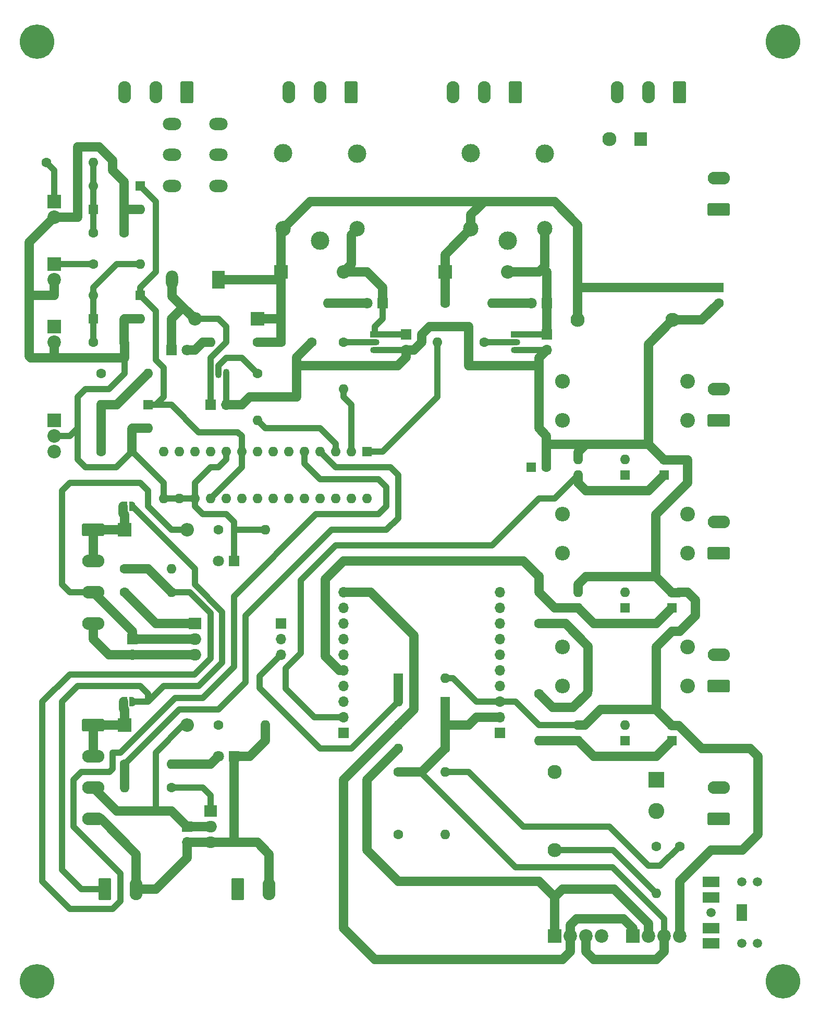
<source format=gbr>
%TF.GenerationSoftware,KiCad,Pcbnew,5.1.9-73d0e3b20d~88~ubuntu20.04.1*%
%TF.CreationDate,2021-02-20T21:13:30+01:00*%
%TF.ProjectId,NodeStandard,4e6f6465-5374-4616-9e64-6172642e6b69,V0.9*%
%TF.SameCoordinates,Original*%
%TF.FileFunction,Copper,L1,Top*%
%TF.FilePolarity,Positive*%
%FSLAX46Y46*%
G04 Gerber Fmt 4.6, Leading zero omitted, Abs format (unit mm)*
G04 Created by KiCad (PCBNEW 5.1.9-73d0e3b20d~88~ubuntu20.04.1) date 2021-02-20 21:13:30*
%MOMM*%
%LPD*%
G01*
G04 APERTURE LIST*
%TA.AperFunction,WasherPad*%
%ADD10C,1.500000*%
%TD*%
%TA.AperFunction,ComponentPad*%
%ADD11R,1.800000X2.800000*%
%TD*%
%TA.AperFunction,ComponentPad*%
%ADD12R,2.800000X1.800000*%
%TD*%
%TA.AperFunction,ComponentPad*%
%ADD13C,5.600000*%
%TD*%
%TA.AperFunction,ComponentPad*%
%ADD14O,1.600000X1.600000*%
%TD*%
%TA.AperFunction,ComponentPad*%
%ADD15C,1.600000*%
%TD*%
%TA.AperFunction,ComponentPad*%
%ADD16C,1.800000*%
%TD*%
%TA.AperFunction,ComponentPad*%
%ADD17R,1.800000X1.800000*%
%TD*%
%TA.AperFunction,ComponentPad*%
%ADD18O,3.000000X2.000000*%
%TD*%
%TA.AperFunction,ComponentPad*%
%ADD19O,2.000000X3.000000*%
%TD*%
%TA.AperFunction,ComponentPad*%
%ADD20R,2.000000X3.000000*%
%TD*%
%TA.AperFunction,ComponentPad*%
%ADD21O,1.700000X1.700000*%
%TD*%
%TA.AperFunction,ComponentPad*%
%ADD22R,1.700000X1.700000*%
%TD*%
%TA.AperFunction,ComponentPad*%
%ADD23C,2.200000*%
%TD*%
%TA.AperFunction,ComponentPad*%
%ADD24R,2.200000X2.200000*%
%TD*%
%TA.AperFunction,ComponentPad*%
%ADD25R,1.600000X1.600000*%
%TD*%
%TA.AperFunction,ComponentPad*%
%ADD26C,2.600000*%
%TD*%
%TA.AperFunction,ComponentPad*%
%ADD27R,2.600000X2.600000*%
%TD*%
%TA.AperFunction,ComponentPad*%
%ADD28O,2.400000X2.400000*%
%TD*%
%TA.AperFunction,ComponentPad*%
%ADD29C,2.400000*%
%TD*%
%TA.AperFunction,ComponentPad*%
%ADD30R,1.050000X1.500000*%
%TD*%
%TA.AperFunction,ComponentPad*%
%ADD31O,1.050000X1.500000*%
%TD*%
%TA.AperFunction,ComponentPad*%
%ADD32O,2.000000X1.905000*%
%TD*%
%TA.AperFunction,ComponentPad*%
%ADD33R,2.000000X1.905000*%
%TD*%
%TA.AperFunction,ComponentPad*%
%ADD34R,1.500000X1.050000*%
%TD*%
%TA.AperFunction,ComponentPad*%
%ADD35O,1.500000X1.050000*%
%TD*%
%TA.AperFunction,ComponentPad*%
%ADD36C,2.300000*%
%TD*%
%TA.AperFunction,ComponentPad*%
%ADD37R,2.000000X2.300000*%
%TD*%
%TA.AperFunction,ComponentPad*%
%ADD38C,3.000000*%
%TD*%
%TA.AperFunction,ComponentPad*%
%ADD39C,2.500000*%
%TD*%
%TA.AperFunction,SMDPad,CuDef*%
%ADD40C,0.100000*%
%TD*%
%TA.AperFunction,ComponentPad*%
%ADD41O,2.080000X3.600000*%
%TD*%
%TA.AperFunction,ComponentPad*%
%ADD42O,3.600000X2.080000*%
%TD*%
%TA.AperFunction,ComponentPad*%
%ADD43O,2.200000X2.200000*%
%TD*%
%TA.AperFunction,Conductor*%
%ADD44C,1.500000*%
%TD*%
%TA.AperFunction,Conductor*%
%ADD45C,1.000000*%
%TD*%
%TA.AperFunction,Conductor*%
%ADD46C,0.500000*%
%TD*%
G04 APERTURE END LIST*
D10*
%TO.P,J2,*%
%TO.N,*%
X143560000Y-166370000D03*
X148560000Y-161370000D03*
X148560000Y-171370000D03*
X151060000Y-171370000D03*
X151060000Y-161370000D03*
D11*
%TO.P,J2,S*%
%TO.N,Net-(J2-PadS)*%
X148560000Y-166370000D03*
D12*
%TO.P,J2,T*%
%TO.N,Net-(C1-Pad1)*%
X143560000Y-161370000D03*
%TO.P,J2,R*%
%TO.N,Net-(J2-PadR)*%
X143560000Y-171370000D03*
%TO.P,J2,TN*%
%TO.N,Net-(J2-PadTN)*%
X143560000Y-163870000D03*
%TO.P,J2,RN*%
%TO.N,Net-(J2-PadRN)*%
X143560000Y-168870000D03*
%TD*%
D13*
%TO.P,REF\u002A\u002A,1*%
%TO.N,N/C*%
X155257500Y-177546000D03*
%TD*%
%TO.P,REF\u002A\u002A,1*%
%TO.N,N/C*%
X34036000Y-177546000D03*
%TD*%
%TO.P,REF\u002A\u002A,1*%
%TO.N,N/C*%
X155257500Y-24765000D03*
%TD*%
%TO.P,REF\u002A\u002A,1*%
%TO.N,N/C*%
X34036000Y-24765000D03*
%TD*%
D14*
%TO.P,R3,2*%
%TO.N,Net-(J2-PadS)*%
X100330000Y-153670000D03*
D15*
%TO.P,R3,1*%
%TO.N,Net-(D1-Pad2)*%
X92710000Y-153670000D03*
%TD*%
D16*
%TO.P,D17,2*%
%TO.N,Net-(D17-Pad2)*%
X58420000Y-74930000D03*
D17*
%TO.P,D17,1*%
%TO.N,Net-(D17-Pad1)*%
X55880000Y-74930000D03*
%TD*%
D18*
%TO.P,K3,14*%
%TO.N,Net-(J23-Pad3)*%
X63500000Y-38160000D03*
%TO.P,K3,21*%
%TO.N,Net-(J24-Pad2)*%
X56000000Y-43200000D03*
%TO.P,K3,12*%
%TO.N,Net-(J23-Pad1)*%
X63500000Y-48240000D03*
%TO.P,K3,22*%
%TO.N,Net-(J24-Pad3)*%
X56000000Y-48240000D03*
%TO.P,K3,24*%
%TO.N,Net-(J24-Pad1)*%
X56000000Y-38160000D03*
%TO.P,K3,11*%
%TO.N,Net-(J23-Pad2)*%
X63500000Y-43200000D03*
D19*
%TO.P,K3,A2*%
%TO.N,Net-(D17-Pad1)*%
X56000000Y-63500000D03*
D20*
%TO.P,K3,A1*%
%TO.N,+5V*%
X63500000Y-63500000D03*
%TD*%
D21*
%TO.P,J29,3*%
%TO.N,Net-(D1-Pad2)*%
X73660000Y-124460000D03*
%TO.P,J29,2*%
%TO.N,GPI35*%
X73660000Y-121920000D03*
D22*
%TO.P,J29,1*%
%TO.N,Net-(J28-Pad3)*%
X73660000Y-119380000D03*
%TD*%
D23*
%TO.P,J28,3*%
%TO.N,Net-(J28-Pad3)*%
X36830000Y-91440000D03*
%TO.P,J28,2*%
%TO.N,GND*%
X36830000Y-88900000D03*
D24*
%TO.P,J28,1*%
%TO.N,+3V3*%
X36830000Y-86360000D03*
%TD*%
D23*
%TO.P,J17,2*%
%TO.N,GND*%
X36830000Y-73660000D03*
D24*
%TO.P,J17,1*%
%TO.N,Net-(J17-Pad1)*%
X36830000Y-71120000D03*
%TD*%
D23*
%TO.P,J16,2*%
%TO.N,GND*%
X36830000Y-63500000D03*
D24*
%TO.P,J16,1*%
%TO.N,Net-(J16-Pad1)*%
X36830000Y-60960000D03*
%TD*%
D23*
%TO.P,J15,2*%
%TO.N,GND*%
X36830000Y-53340000D03*
D24*
%TO.P,J15,1*%
%TO.N,Net-(J15-Pad1)*%
X36830000Y-50800000D03*
%TD*%
D23*
%TO.P,J6,4*%
%TO.N,GND*%
X125730000Y-170180000D03*
%TO.P,J6,3*%
%TO.N,+3V3*%
X123190000Y-170180000D03*
%TO.P,J6,2*%
%TO.N,GPIO13_I2C-SDA*%
X120650000Y-170180000D03*
D24*
%TO.P,J6,1*%
%TO.N,GPIO16_I2C-SCL*%
X118110000Y-170180000D03*
%TD*%
D23*
%TO.P,J5,4*%
%TO.N,GND*%
X138430000Y-170180000D03*
%TO.P,J5,3*%
%TO.N,+3V3*%
X135890000Y-170180000D03*
%TO.P,J5,2*%
%TO.N,GPIO16_I2C-SCL*%
X133350000Y-170180000D03*
D24*
%TO.P,J5,1*%
%TO.N,GPIO13_I2C-SDA*%
X130810000Y-170180000D03*
%TD*%
D14*
%TO.P,OK3,4*%
%TO.N,GPI36_U1RXD*%
X121920000Y-95250000D03*
%TO.P,OK3,2*%
%TO.N,Net-(OK3-Pad2)*%
X129540000Y-92710000D03*
%TO.P,OK3,3*%
%TO.N,GND*%
X121920000Y-92710000D03*
D25*
%TO.P,OK3,1*%
%TO.N,Net-(OK3-Pad1)*%
X129540000Y-95250000D03*
%TD*%
D14*
%TO.P,OK2,4*%
%TO.N,GPIO33*%
X121920000Y-116840000D03*
%TO.P,OK2,2*%
%TO.N,Net-(OK2-Pad2)*%
X129540000Y-114300000D03*
%TO.P,OK2,3*%
%TO.N,GND*%
X121920000Y-114300000D03*
D25*
%TO.P,OK2,1*%
%TO.N,Net-(OK2-Pad1)*%
X129540000Y-116840000D03*
%TD*%
D14*
%TO.P,OK1,4*%
%TO.N,GPIO32*%
X121920000Y-138430000D03*
%TO.P,OK1,2*%
%TO.N,Net-(OK1-Pad2)*%
X129540000Y-135890000D03*
%TO.P,OK1,3*%
%TO.N,GND*%
X121920000Y-135890000D03*
D25*
%TO.P,OK1,1*%
%TO.N,Net-(OK1-Pad1)*%
X129540000Y-138430000D03*
%TD*%
D26*
%TO.P,J3,2*%
%TO.N,Net-(J1-Pad1)*%
X134620000Y-149860000D03*
D27*
%TO.P,J3,1*%
%TO.N,Net-(J1-Pad2)*%
X134620000Y-144780000D03*
%TD*%
D14*
%TO.P,U1,28*%
%TO.N,Net-(U1-Pad28)*%
X87630000Y-99060000D03*
%TO.P,U1,14*%
%TO.N,Net-(U1-Pad14)*%
X54610000Y-91440000D03*
%TO.P,U1,27*%
%TO.N,Net-(U1-Pad27)*%
X85090000Y-99060000D03*
%TO.P,U1,13*%
%TO.N,GPIO13_I2C-SDA*%
X57150000Y-91440000D03*
%TO.P,U1,26*%
%TO.N,Net-(U1-Pad26)*%
X82550000Y-99060000D03*
%TO.P,U1,12*%
%TO.N,GPIO16_I2C-SCL*%
X59690000Y-91440000D03*
%TO.P,U1,25*%
%TO.N,Net-(U1-Pad25)*%
X80010000Y-99060000D03*
%TO.P,U1,11*%
%TO.N,Net-(U1-Pad11)*%
X62230000Y-91440000D03*
%TO.P,U1,24*%
%TO.N,Net-(U1-Pad24)*%
X77470000Y-99060000D03*
%TO.P,U1,10*%
%TO.N,GND*%
X64770000Y-91440000D03*
%TO.P,U1,23*%
%TO.N,Switch3*%
X74930000Y-99060000D03*
%TO.P,U1,9*%
%TO.N,+3V3*%
X67310000Y-91440000D03*
%TO.P,U1,22*%
%TO.N,Switch2*%
X72390000Y-99060000D03*
%TO.P,U1,8*%
%TO.N,Net-(U1-Pad8)*%
X69850000Y-91440000D03*
%TO.P,U1,21*%
%TO.N,Switch1*%
X69850000Y-99060000D03*
%TO.P,U1,7*%
%TO.N,Net-(U1-Pad7)*%
X72390000Y-91440000D03*
%TO.P,U1,20*%
%TO.N,Net-(U1-Pad20)*%
X67310000Y-99060000D03*
%TO.P,U1,6*%
%TO.N,Net-(U1-Pad6)*%
X74930000Y-91440000D03*
%TO.P,U1,19*%
%TO.N,Net-(U1-Pad19)*%
X64770000Y-99060000D03*
%TO.P,U1,5*%
%TO.N,FET2*%
X77470000Y-91440000D03*
%TO.P,U1,18*%
%TO.N,+3V3*%
X62230000Y-99060000D03*
%TO.P,U1,4*%
%TO.N,FET1*%
X80010000Y-91440000D03*
%TO.P,U1,17*%
%TO.N,GND*%
X59690000Y-99060000D03*
%TO.P,U1,3*%
%TO.N,Relay3*%
X82550000Y-91440000D03*
%TO.P,U1,16*%
%TO.N,GND*%
X57150000Y-99060000D03*
%TO.P,U1,2*%
%TO.N,Relay2*%
X85090000Y-91440000D03*
%TO.P,U1,15*%
%TO.N,GND*%
X54610000Y-99060000D03*
D25*
%TO.P,U1,1*%
%TO.N,Relay1*%
X87630000Y-91440000D03*
%TD*%
D14*
%TO.P,R29,2*%
%TO.N,Net-(D17-Pad2)*%
X62230000Y-73660000D03*
D15*
%TO.P,R29,1*%
%TO.N,+5V*%
X69850000Y-73660000D03*
%TD*%
D14*
%TO.P,R28,2*%
%TO.N,Relay3*%
X69850000Y-86360000D03*
D15*
%TO.P,R28,1*%
%TO.N,Net-(Q5-Pad2)*%
X69850000Y-78740000D03*
%TD*%
D14*
%TO.P,R8,2*%
%TO.N,GPIO33*%
X115570000Y-111760000D03*
D15*
%TO.P,R8,1*%
%TO.N,+3V3*%
X115570000Y-119380000D03*
%TD*%
D14*
%TO.P,R7,2*%
%TO.N,GPIO32*%
X115570000Y-138430000D03*
D15*
%TO.P,R7,1*%
%TO.N,+3V3*%
X115570000Y-130810000D03*
%TD*%
D14*
%TO.P,R27,2*%
%TO.N,GND*%
X71120000Y-104140000D03*
D15*
%TO.P,R27,1*%
%TO.N,Net-(Q4-Pad1)*%
X63500000Y-104140000D03*
%TD*%
D14*
%TO.P,R26,2*%
%TO.N,GND*%
X71120000Y-135890000D03*
D15*
%TO.P,R26,1*%
%TO.N,Net-(Q3-Pad1)*%
X63500000Y-135890000D03*
%TD*%
D14*
%TO.P,R25,2*%
%TO.N,FET2*%
X55880000Y-114300000D03*
D15*
%TO.P,R25,1*%
%TO.N,Net-(Q4-Pad1)*%
X48260000Y-114300000D03*
%TD*%
D14*
%TO.P,R24,2*%
%TO.N,FET1*%
X48260000Y-146050000D03*
D15*
%TO.P,R24,1*%
%TO.N,Net-(Q3-Pad1)*%
X55880000Y-146050000D03*
%TD*%
D14*
%TO.P,R19,2*%
%TO.N,Switch3*%
X43180000Y-44450000D03*
D15*
%TO.P,R19,1*%
%TO.N,Net-(J15-Pad1)*%
X35560000Y-44450000D03*
%TD*%
D14*
%TO.P,R20,2*%
%TO.N,Switch2*%
X50800000Y-60960000D03*
D15*
%TO.P,R20,1*%
%TO.N,Net-(J16-Pad1)*%
X43180000Y-60960000D03*
%TD*%
D14*
%TO.P,R23,2*%
%TO.N,Net-(D14-Pad2)*%
X55880000Y-110490000D03*
D15*
%TO.P,R23,1*%
%TO.N,FET2*%
X48260000Y-110490000D03*
%TD*%
D14*
%TO.P,R22,2*%
%TO.N,Net-(D13-Pad2)*%
X55880000Y-142240000D03*
D15*
%TO.P,R22,1*%
%TO.N,FET1*%
X48260000Y-142240000D03*
%TD*%
D28*
%TO.P,R18,2*%
%TO.N,Net-(OK3-Pad2)*%
X119380000Y-80010000D03*
D29*
%TO.P,R18,1*%
%TO.N,Net-(J12-Pad2)*%
X139700000Y-80010000D03*
%TD*%
D28*
%TO.P,R17,2*%
%TO.N,Net-(OK3-Pad1)*%
X119380000Y-86360000D03*
D29*
%TO.P,R17,1*%
%TO.N,Net-(J12-Pad1)*%
X139700000Y-86360000D03*
%TD*%
D14*
%TO.P,R12,2*%
%TO.N,Net-(D4-Pad2)*%
X81280000Y-67310000D03*
D15*
%TO.P,R12,1*%
%TO.N,+5V*%
X73660000Y-67310000D03*
%TD*%
D14*
%TO.P,R10,2*%
%TO.N,Relay2*%
X83820000Y-81280000D03*
D15*
%TO.P,R10,1*%
%TO.N,Net-(Q2-Pad2)*%
X83820000Y-73660000D03*
%TD*%
D14*
%TO.P,R6,2*%
%TO.N,GND*%
X138430000Y-163195000D03*
D15*
%TO.P,R6,1*%
%TO.N,Net-(C1-Pad1)*%
X138430000Y-155575000D03*
%TD*%
D14*
%TO.P,R9,2*%
%TO.N,Relay1*%
X99060000Y-73660000D03*
D15*
%TO.P,R9,1*%
%TO.N,Net-(Q1-Pad2)*%
X106680000Y-73660000D03*
%TD*%
D14*
%TO.P,R11,2*%
%TO.N,Net-(D3-Pad2)*%
X107950000Y-67310000D03*
D15*
%TO.P,R11,1*%
%TO.N,+5V*%
X100330000Y-67310000D03*
%TD*%
D28*
%TO.P,R15,2*%
%TO.N,Net-(OK2-Pad1)*%
X119380000Y-107950000D03*
D29*
%TO.P,R15,1*%
%TO.N,Net-(J11-Pad1)*%
X139700000Y-107950000D03*
%TD*%
D28*
%TO.P,R16,2*%
%TO.N,Net-(OK2-Pad2)*%
X119380000Y-101600000D03*
D29*
%TO.P,R16,1*%
%TO.N,Net-(J11-Pad2)*%
X139700000Y-101600000D03*
%TD*%
D28*
%TO.P,R13,2*%
%TO.N,Net-(OK1-Pad1)*%
X119380000Y-129540000D03*
D29*
%TO.P,R13,1*%
%TO.N,Net-(J10-Pad1)*%
X139700000Y-129540000D03*
%TD*%
D28*
%TO.P,R14,2*%
%TO.N,Net-(OK1-Pad2)*%
X119380000Y-123190000D03*
D29*
%TO.P,R14,1*%
%TO.N,Net-(J10-Pad2)*%
X139700000Y-123190000D03*
%TD*%
D14*
%TO.P,R5,2*%
%TO.N,Net-(C1-Pad1)*%
X100330000Y-143510000D03*
D15*
%TO.P,R5,1*%
%TO.N,+3V3*%
X92710000Y-143510000D03*
%TD*%
D14*
%TO.P,R4,2*%
%TO.N,GPIO16_I2C-SCL*%
X92710000Y-139700000D03*
D15*
%TO.P,R4,1*%
%TO.N,+3V3*%
X100330000Y-139700000D03*
%TD*%
D14*
%TO.P,R21,2*%
%TO.N,Switch1*%
X52070000Y-78740000D03*
D15*
%TO.P,R21,1*%
%TO.N,Net-(J17-Pad1)*%
X44450000Y-78740000D03*
%TD*%
D14*
%TO.P,R2,2*%
%TO.N,GPIO13_I2C-SDA*%
X92710000Y-135890000D03*
D15*
%TO.P,R2,1*%
%TO.N,+3V3*%
X100330000Y-135890000D03*
%TD*%
D14*
%TO.P,R1,2*%
%TO.N,Net-(J2-PadTN)*%
X134620000Y-163195000D03*
D15*
%TO.P,R1,1*%
%TO.N,Net-(J2-PadS)*%
X134620000Y-155575000D03*
%TD*%
D30*
%TO.P,Q5,1*%
%TO.N,Net-(D17-Pad1)*%
X62230000Y-78740000D03*
D31*
%TO.P,Q5,3*%
%TO.N,GND*%
X64770000Y-78740000D03*
%TO.P,Q5,2*%
%TO.N,Net-(Q5-Pad2)*%
X63500000Y-78740000D03*
%TD*%
D32*
%TO.P,Q4,3*%
%TO.N,GND*%
X59690000Y-124460000D03*
%TO.P,Q4,2*%
%TO.N,Net-(D16-Pad2)*%
X59690000Y-121920000D03*
D33*
%TO.P,Q4,1*%
%TO.N,Net-(Q4-Pad1)*%
X59690000Y-119380000D03*
%TD*%
D32*
%TO.P,Q3,3*%
%TO.N,GND*%
X62230000Y-154940000D03*
%TO.P,Q3,2*%
%TO.N,Net-(D15-Pad2)*%
X62230000Y-152400000D03*
D33*
%TO.P,Q3,1*%
%TO.N,Net-(Q3-Pad1)*%
X62230000Y-149860000D03*
%TD*%
D34*
%TO.P,Q1,1*%
%TO.N,Net-(D3-Pad1)*%
X111760000Y-72390000D03*
D35*
%TO.P,Q1,3*%
%TO.N,GND*%
X111760000Y-74930000D03*
%TO.P,Q1,2*%
%TO.N,Net-(Q1-Pad2)*%
X111760000Y-73660000D03*
%TD*%
D34*
%TO.P,Q2,1*%
%TO.N,Net-(D4-Pad1)*%
X88900000Y-72390000D03*
D35*
%TO.P,Q2,3*%
%TO.N,GND*%
X88900000Y-74930000D03*
%TO.P,Q2,2*%
%TO.N,Net-(Q2-Pad2)*%
X88900000Y-73660000D03*
%TD*%
D36*
%TO.P,PS1,4*%
%TO.N,+5V*%
X121880000Y-70040000D03*
%TO.P,PS1,2*%
%TO.N,230VAC-N*%
X127080000Y-40640000D03*
D37*
%TO.P,PS1,1*%
%TO.N,230VAC-L*%
X132080000Y-40640000D03*
D36*
%TO.P,PS1,3*%
%TO.N,GND*%
X137280000Y-70040000D03*
%TD*%
%TO.P,L1,1*%
%TO.N,Net-(J2-PadTN)*%
X118110000Y-156210000D03*
%TO.P,L1,2*%
%TO.N,Net-(J2-PadS)*%
X118110000Y-143510000D03*
%TD*%
D38*
%TO.P,K2,1*%
%TO.N,Net-(J14-Pad2)*%
X80010000Y-57150000D03*
D39*
%TO.P,K2,5*%
%TO.N,+5V*%
X74060000Y-55200000D03*
D38*
%TO.P,K2,4*%
%TO.N,Net-(J14-Pad3)*%
X74010000Y-42950000D03*
%TO.P,K2,3*%
%TO.N,Net-(J14-Pad1)*%
X86060000Y-43000000D03*
D39*
%TO.P,K2,2*%
%TO.N,Net-(D4-Pad1)*%
X86060000Y-55200000D03*
%TD*%
D38*
%TO.P,K1,1*%
%TO.N,Net-(J13-Pad2)*%
X110490000Y-57150000D03*
D39*
%TO.P,K1,5*%
%TO.N,+5V*%
X104540000Y-55200000D03*
D38*
%TO.P,K1,4*%
%TO.N,Net-(J13-Pad3)*%
X104490000Y-42950000D03*
%TO.P,K1,3*%
%TO.N,Net-(J13-Pad1)*%
X116540000Y-43000000D03*
D39*
%TO.P,K1,2*%
%TO.N,Net-(D3-Pad1)*%
X116540000Y-55200000D03*
%TD*%
%TA.AperFunction,SMDPad,CuDef*%
D40*
%TO.P,JP7,2*%
%TO.N,Net-(D16-Pad1)*%
G36*
X48230000Y-101079398D02*
G01*
X48205466Y-101079398D01*
X48156635Y-101074588D01*
X48108510Y-101065016D01*
X48061555Y-101050772D01*
X48016222Y-101031995D01*
X47972949Y-101008864D01*
X47932150Y-100981604D01*
X47894221Y-100950476D01*
X47859524Y-100915779D01*
X47828396Y-100877850D01*
X47801136Y-100837051D01*
X47778005Y-100793778D01*
X47759228Y-100748445D01*
X47744984Y-100701490D01*
X47735412Y-100653365D01*
X47730602Y-100604534D01*
X47730602Y-100580000D01*
X47730000Y-100580000D01*
X47730000Y-100080000D01*
X47730602Y-100080000D01*
X47730602Y-100055466D01*
X47735412Y-100006635D01*
X47744984Y-99958510D01*
X47759228Y-99911555D01*
X47778005Y-99866222D01*
X47801136Y-99822949D01*
X47828396Y-99782150D01*
X47859524Y-99744221D01*
X47894221Y-99709524D01*
X47932150Y-99678396D01*
X47972949Y-99651136D01*
X48016222Y-99628005D01*
X48061555Y-99609228D01*
X48108510Y-99594984D01*
X48156635Y-99585412D01*
X48205466Y-99580602D01*
X48230000Y-99580602D01*
X48230000Y-99580000D01*
X48730000Y-99580000D01*
X48730000Y-101080000D01*
X48230000Y-101080000D01*
X48230000Y-101079398D01*
G37*
%TD.AperFunction*%
%TA.AperFunction,SMDPad,CuDef*%
%TO.P,JP7,1*%
%TO.N,ExternalDCPower*%
G36*
X49030000Y-99580000D02*
G01*
X49530000Y-99580000D01*
X49530000Y-99580602D01*
X49554534Y-99580602D01*
X49603365Y-99585412D01*
X49651490Y-99594984D01*
X49698445Y-99609228D01*
X49743778Y-99628005D01*
X49787051Y-99651136D01*
X49827850Y-99678396D01*
X49865779Y-99709524D01*
X49900476Y-99744221D01*
X49931604Y-99782150D01*
X49958864Y-99822949D01*
X49981995Y-99866222D01*
X50000772Y-99911555D01*
X50015016Y-99958510D01*
X50024588Y-100006635D01*
X50029398Y-100055466D01*
X50029398Y-100080000D01*
X50030000Y-100080000D01*
X50030000Y-100580000D01*
X50029398Y-100580000D01*
X50029398Y-100604534D01*
X50024588Y-100653365D01*
X50015016Y-100701490D01*
X50000772Y-100748445D01*
X49981995Y-100793778D01*
X49958864Y-100837051D01*
X49931604Y-100877850D01*
X49900476Y-100915779D01*
X49865779Y-100950476D01*
X49827850Y-100981604D01*
X49787051Y-101008864D01*
X49743778Y-101031995D01*
X49698445Y-101050772D01*
X49651490Y-101065016D01*
X49603365Y-101074588D01*
X49554534Y-101079398D01*
X49530000Y-101079398D01*
X49530000Y-101080000D01*
X49030000Y-101080000D01*
X49030000Y-99580000D01*
G37*
%TD.AperFunction*%
%TD*%
%TA.AperFunction,SMDPad,CuDef*%
%TO.P,JP6,2*%
%TO.N,Net-(D15-Pad1)*%
G36*
X48260000Y-132829398D02*
G01*
X48235466Y-132829398D01*
X48186635Y-132824588D01*
X48138510Y-132815016D01*
X48091555Y-132800772D01*
X48046222Y-132781995D01*
X48002949Y-132758864D01*
X47962150Y-132731604D01*
X47924221Y-132700476D01*
X47889524Y-132665779D01*
X47858396Y-132627850D01*
X47831136Y-132587051D01*
X47808005Y-132543778D01*
X47789228Y-132498445D01*
X47774984Y-132451490D01*
X47765412Y-132403365D01*
X47760602Y-132354534D01*
X47760602Y-132330000D01*
X47760000Y-132330000D01*
X47760000Y-131830000D01*
X47760602Y-131830000D01*
X47760602Y-131805466D01*
X47765412Y-131756635D01*
X47774984Y-131708510D01*
X47789228Y-131661555D01*
X47808005Y-131616222D01*
X47831136Y-131572949D01*
X47858396Y-131532150D01*
X47889524Y-131494221D01*
X47924221Y-131459524D01*
X47962150Y-131428396D01*
X48002949Y-131401136D01*
X48046222Y-131378005D01*
X48091555Y-131359228D01*
X48138510Y-131344984D01*
X48186635Y-131335412D01*
X48235466Y-131330602D01*
X48260000Y-131330602D01*
X48260000Y-131330000D01*
X48760000Y-131330000D01*
X48760000Y-132830000D01*
X48260000Y-132830000D01*
X48260000Y-132829398D01*
G37*
%TD.AperFunction*%
%TA.AperFunction,SMDPad,CuDef*%
%TO.P,JP6,1*%
%TO.N,ExternalDCPower*%
G36*
X49060000Y-131330000D02*
G01*
X49560000Y-131330000D01*
X49560000Y-131330602D01*
X49584534Y-131330602D01*
X49633365Y-131335412D01*
X49681490Y-131344984D01*
X49728445Y-131359228D01*
X49773778Y-131378005D01*
X49817051Y-131401136D01*
X49857850Y-131428396D01*
X49895779Y-131459524D01*
X49930476Y-131494221D01*
X49961604Y-131532150D01*
X49988864Y-131572949D01*
X50011995Y-131616222D01*
X50030772Y-131661555D01*
X50045016Y-131708510D01*
X50054588Y-131756635D01*
X50059398Y-131805466D01*
X50059398Y-131830000D01*
X50060000Y-131830000D01*
X50060000Y-132330000D01*
X50059398Y-132330000D01*
X50059398Y-132354534D01*
X50054588Y-132403365D01*
X50045016Y-132451490D01*
X50030772Y-132498445D01*
X50011995Y-132543778D01*
X49988864Y-132587051D01*
X49961604Y-132627850D01*
X49930476Y-132665779D01*
X49895779Y-132700476D01*
X49857850Y-132731604D01*
X49817051Y-132758864D01*
X49773778Y-132781995D01*
X49728445Y-132800772D01*
X49681490Y-132815016D01*
X49633365Y-132824588D01*
X49584534Y-132829398D01*
X49560000Y-132829398D01*
X49560000Y-132830000D01*
X49060000Y-132830000D01*
X49060000Y-131330000D01*
G37*
%TD.AperFunction*%
%TD*%
D41*
%TO.P,J24,3*%
%TO.N,Net-(J24-Pad3)*%
X48260000Y-33020000D03*
%TO.P,J24,2*%
%TO.N,Net-(J24-Pad2)*%
X53340000Y-33020000D03*
%TO.P,J24,1*%
%TO.N,Net-(J24-Pad1)*%
%TA.AperFunction,ComponentPad*%
G36*
G01*
X59460000Y-31469997D02*
X59460000Y-34570003D01*
G75*
G02*
X59210003Y-34820000I-249997J0D01*
G01*
X57629997Y-34820000D01*
G75*
G02*
X57380000Y-34570003I0J249997D01*
G01*
X57380000Y-31469997D01*
G75*
G02*
X57629997Y-31220000I249997J0D01*
G01*
X59210003Y-31220000D01*
G75*
G02*
X59460000Y-31469997I0J-249997D01*
G01*
G37*
%TD.AperFunction*%
%TD*%
%TO.P,J23,3*%
%TO.N,Net-(J23-Pad3)*%
X74930000Y-33020000D03*
%TO.P,J23,2*%
%TO.N,Net-(J23-Pad2)*%
X80010000Y-33020000D03*
%TO.P,J23,1*%
%TO.N,Net-(J23-Pad1)*%
%TA.AperFunction,ComponentPad*%
G36*
G01*
X86130000Y-31469997D02*
X86130000Y-34570003D01*
G75*
G02*
X85880003Y-34820000I-249997J0D01*
G01*
X84299997Y-34820000D01*
G75*
G02*
X84050000Y-34570003I0J249997D01*
G01*
X84050000Y-31469997D01*
G75*
G02*
X84299997Y-31220000I249997J0D01*
G01*
X85880003Y-31220000D01*
G75*
G02*
X86130000Y-31469997I0J-249997D01*
G01*
G37*
%TD.AperFunction*%
%TD*%
D21*
%TO.P,J22,2*%
%TO.N,GND*%
X64770000Y-83820000D03*
D22*
%TO.P,J22,1*%
%TO.N,Net-(D17-Pad1)*%
X62230000Y-83820000D03*
%TD*%
D41*
%TO.P,J27,2*%
%TO.N,GND*%
X50165000Y-162560000D03*
%TO.P,J27,1*%
%TO.N,ExternalDCPower*%
%TA.AperFunction,ComponentPad*%
G36*
G01*
X44045000Y-164110003D02*
X44045000Y-161009997D01*
G75*
G02*
X44294997Y-160760000I249997J0D01*
G01*
X45875003Y-160760000D01*
G75*
G02*
X46125000Y-161009997I0J-249997D01*
G01*
X46125000Y-164110003D01*
G75*
G02*
X45875003Y-164360000I-249997J0D01*
G01*
X44294997Y-164360000D01*
G75*
G02*
X44045000Y-164110003I0J249997D01*
G01*
G37*
%TD.AperFunction*%
%TD*%
%TO.P,J26,2*%
%TO.N,GND*%
X71755000Y-162560000D03*
%TO.P,J26,1*%
%TO.N,+5V*%
%TA.AperFunction,ComponentPad*%
G36*
G01*
X65635000Y-164110003D02*
X65635000Y-161009997D01*
G75*
G02*
X65884997Y-160760000I249997J0D01*
G01*
X67465003Y-160760000D01*
G75*
G02*
X67715000Y-161009997I0J-249997D01*
G01*
X67715000Y-164110003D01*
G75*
G02*
X67465003Y-164360000I-249997J0D01*
G01*
X65884997Y-164360000D01*
G75*
G02*
X65635000Y-164110003I0J249997D01*
G01*
G37*
%TD.AperFunction*%
%TD*%
D42*
%TO.P,J25,2*%
%TO.N,230VAC-L*%
X144780000Y-46990000D03*
%TO.P,J25,1*%
%TO.N,230VAC-N*%
%TA.AperFunction,ComponentPad*%
G36*
G01*
X146330003Y-53110000D02*
X143229997Y-53110000D01*
G75*
G02*
X142980000Y-52860003I0J249997D01*
G01*
X142980000Y-51279997D01*
G75*
G02*
X143229997Y-51030000I249997J0D01*
G01*
X146330003Y-51030000D01*
G75*
G02*
X146580000Y-51279997I0J-249997D01*
G01*
X146580000Y-52860003D01*
G75*
G02*
X146330003Y-53110000I-249997J0D01*
G01*
G37*
%TD.AperFunction*%
%TD*%
%TO.P,J21,4*%
%TO.N,GND*%
X43180000Y-119380000D03*
%TO.P,J21,3*%
%TO.N,Net-(D16-Pad2)*%
X43180000Y-114300000D03*
%TO.P,J21,2*%
%TO.N,Net-(D16-Pad1)*%
X43180000Y-109220000D03*
%TO.P,J21,1*%
%TA.AperFunction,ComponentPad*%
G36*
G01*
X41629997Y-103100000D02*
X44730003Y-103100000D01*
G75*
G02*
X44980000Y-103349997I0J-249997D01*
G01*
X44980000Y-104930003D01*
G75*
G02*
X44730003Y-105180000I-249997J0D01*
G01*
X41629997Y-105180000D01*
G75*
G02*
X41380000Y-104930003I0J249997D01*
G01*
X41380000Y-103349997D01*
G75*
G02*
X41629997Y-103100000I249997J0D01*
G01*
G37*
%TD.AperFunction*%
%TD*%
%TO.P,J20,4*%
%TO.N,GND*%
X43180000Y-151130000D03*
%TO.P,J20,3*%
%TO.N,Net-(D15-Pad2)*%
X43180000Y-146050000D03*
%TO.P,J20,2*%
%TO.N,Net-(D15-Pad1)*%
X43180000Y-140970000D03*
%TO.P,J20,1*%
%TA.AperFunction,ComponentPad*%
G36*
G01*
X41629997Y-134850000D02*
X44730003Y-134850000D01*
G75*
G02*
X44980000Y-135099997I0J-249997D01*
G01*
X44980000Y-136680003D01*
G75*
G02*
X44730003Y-136930000I-249997J0D01*
G01*
X41629997Y-136930000D01*
G75*
G02*
X41380000Y-136680003I0J249997D01*
G01*
X41380000Y-135099997D01*
G75*
G02*
X41629997Y-134850000I249997J0D01*
G01*
G37*
%TD.AperFunction*%
%TD*%
D21*
%TO.P,J19,2*%
%TO.N,GND*%
X49530000Y-124460000D03*
D22*
%TO.P,J19,1*%
%TO.N,Net-(D16-Pad2)*%
X49530000Y-121920000D03*
%TD*%
D21*
%TO.P,J8,2*%
%TO.N,GND*%
X116840000Y-74930000D03*
D22*
%TO.P,J8,1*%
%TO.N,Net-(D3-Pad1)*%
X116840000Y-72390000D03*
%TD*%
D21*
%TO.P,J18,2*%
%TO.N,GND*%
X58420000Y-154940000D03*
D22*
%TO.P,J18,1*%
%TO.N,Net-(D15-Pad2)*%
X58420000Y-152400000D03*
%TD*%
D42*
%TO.P,J11,2*%
%TO.N,Net-(J11-Pad2)*%
X144780000Y-102870000D03*
%TO.P,J11,1*%
%TO.N,Net-(J11-Pad1)*%
%TA.AperFunction,ComponentPad*%
G36*
G01*
X146330003Y-108990000D02*
X143229997Y-108990000D01*
G75*
G02*
X142980000Y-108740003I0J249997D01*
G01*
X142980000Y-107159997D01*
G75*
G02*
X143229997Y-106910000I249997J0D01*
G01*
X146330003Y-106910000D01*
G75*
G02*
X146580000Y-107159997I0J-249997D01*
G01*
X146580000Y-108740003D01*
G75*
G02*
X146330003Y-108990000I-249997J0D01*
G01*
G37*
%TD.AperFunction*%
%TD*%
%TO.P,J10,2*%
%TO.N,Net-(J10-Pad2)*%
X144780000Y-124460000D03*
%TO.P,J10,1*%
%TO.N,Net-(J10-Pad1)*%
%TA.AperFunction,ComponentPad*%
G36*
G01*
X146330003Y-130580000D02*
X143229997Y-130580000D01*
G75*
G02*
X142980000Y-130330003I0J249997D01*
G01*
X142980000Y-128749997D01*
G75*
G02*
X143229997Y-128500000I249997J0D01*
G01*
X146330003Y-128500000D01*
G75*
G02*
X146580000Y-128749997I0J-249997D01*
G01*
X146580000Y-130330003D01*
G75*
G02*
X146330003Y-130580000I-249997J0D01*
G01*
G37*
%TD.AperFunction*%
%TD*%
D41*
%TO.P,J14,3*%
%TO.N,Net-(J14-Pad3)*%
X101600000Y-33020000D03*
%TO.P,J14,2*%
%TO.N,Net-(J14-Pad2)*%
X106680000Y-33020000D03*
%TO.P,J14,1*%
%TO.N,Net-(J14-Pad1)*%
%TA.AperFunction,ComponentPad*%
G36*
G01*
X112800000Y-31469997D02*
X112800000Y-34570003D01*
G75*
G02*
X112550003Y-34820000I-249997J0D01*
G01*
X110969997Y-34820000D01*
G75*
G02*
X110720000Y-34570003I0J249997D01*
G01*
X110720000Y-31469997D01*
G75*
G02*
X110969997Y-31220000I249997J0D01*
G01*
X112550003Y-31220000D01*
G75*
G02*
X112800000Y-31469997I0J-249997D01*
G01*
G37*
%TD.AperFunction*%
%TD*%
%TO.P,J13,3*%
%TO.N,Net-(J13-Pad3)*%
X128270000Y-33020000D03*
%TO.P,J13,2*%
%TO.N,Net-(J13-Pad2)*%
X133350000Y-33020000D03*
%TO.P,J13,1*%
%TO.N,Net-(J13-Pad1)*%
%TA.AperFunction,ComponentPad*%
G36*
G01*
X139470000Y-31469997D02*
X139470000Y-34570003D01*
G75*
G02*
X139220003Y-34820000I-249997J0D01*
G01*
X137639997Y-34820000D01*
G75*
G02*
X137390000Y-34570003I0J249997D01*
G01*
X137390000Y-31469997D01*
G75*
G02*
X137639997Y-31220000I249997J0D01*
G01*
X139220003Y-31220000D01*
G75*
G02*
X139470000Y-31469997I0J-249997D01*
G01*
G37*
%TD.AperFunction*%
%TD*%
D42*
%TO.P,J12,2*%
%TO.N,Net-(J12-Pad2)*%
X144780000Y-81280000D03*
%TO.P,J12,1*%
%TO.N,Net-(J12-Pad1)*%
%TA.AperFunction,ComponentPad*%
G36*
G01*
X146330003Y-87400000D02*
X143229997Y-87400000D01*
G75*
G02*
X142980000Y-87150003I0J249997D01*
G01*
X142980000Y-85569997D01*
G75*
G02*
X143229997Y-85320000I249997J0D01*
G01*
X146330003Y-85320000D01*
G75*
G02*
X146580000Y-85569997I0J-249997D01*
G01*
X146580000Y-87150003D01*
G75*
G02*
X146330003Y-87400000I-249997J0D01*
G01*
G37*
%TD.AperFunction*%
%TD*%
D21*
%TO.P,J9,2*%
%TO.N,GND*%
X93980000Y-74930000D03*
D22*
%TO.P,J9,1*%
%TO.N,Net-(D4-Pad1)*%
X93980000Y-72390000D03*
%TD*%
D42*
%TO.P,J1,2*%
%TO.N,Net-(J1-Pad2)*%
X144780000Y-146050000D03*
%TO.P,J1,1*%
%TO.N,Net-(J1-Pad1)*%
%TA.AperFunction,ComponentPad*%
G36*
G01*
X146330003Y-152170000D02*
X143229997Y-152170000D01*
G75*
G02*
X142980000Y-151920003I0J249997D01*
G01*
X142980000Y-150339997D01*
G75*
G02*
X143229997Y-150090000I249997J0D01*
G01*
X146330003Y-150090000D01*
G75*
G02*
X146580000Y-150339997I0J-249997D01*
G01*
X146580000Y-151920003D01*
G75*
G02*
X146330003Y-152170000I-249997J0D01*
G01*
G37*
%TD.AperFunction*%
%TD*%
D21*
%TO.P,J7,10*%
%TO.N,GPIO13_I2C-SDA*%
X83820000Y-114300000D03*
%TO.P,J7,9*%
%TO.N,GPIO14_HS2_CLK*%
X83820000Y-116840000D03*
%TO.P,J7,8*%
%TO.N,GPIO15_HS2_CMD*%
X83820000Y-119380000D03*
%TO.P,J7,7*%
%TO.N,GPIO16_I2C-SCL*%
X83820000Y-121920000D03*
%TO.P,J7,6*%
%TO.N,GPIO32*%
X83820000Y-124460000D03*
%TO.P,J7,5*%
%TO.N,GPIO33*%
X83820000Y-127000000D03*
%TO.P,J7,4*%
%TO.N,GPI34_BUT1*%
X83820000Y-129540000D03*
%TO.P,J7,3*%
%TO.N,GPI35*%
X83820000Y-132080000D03*
%TO.P,J7,2*%
%TO.N,GPI36_U1RXD*%
X83820000Y-134620000D03*
D22*
%TO.P,J7,1*%
%TO.N,GPI39*%
X83820000Y-137160000D03*
%TD*%
D21*
%TO.P,J4,10*%
%TO.N,GPIO5_SPI_C5*%
X109220000Y-114300000D03*
%TO.P,J4,9*%
%TO.N,GPIO4_U1TXD*%
X109220000Y-116840000D03*
%TO.P,J4,8*%
%TO.N,GPIO3_U0RXD*%
X109220000Y-119380000D03*
%TO.P,J4,7*%
%TO.N,GPIO2_HS2_DATA0*%
X109220000Y-121920000D03*
%TO.P,J4,6*%
%TO.N,GPIO1_U0TXD*%
X109220000Y-124460000D03*
%TO.P,J4,5*%
%TO.N,GPIO0*%
X109220000Y-127000000D03*
%TO.P,J4,4*%
%TO.N,ESP_EN*%
X109220000Y-129540000D03*
%TO.P,J4,3*%
%TO.N,GND*%
X109220000Y-132080000D03*
%TO.P,J4,2*%
%TO.N,+3V3*%
X109220000Y-134620000D03*
D22*
%TO.P,J4,1*%
%TO.N,+5V*%
X109220000Y-137160000D03*
%TD*%
D43*
%TO.P,D18,2*%
%TO.N,Net-(D17-Pad1)*%
X59690000Y-69850000D03*
D24*
%TO.P,D18,1*%
%TO.N,+5V*%
X69850000Y-69850000D03*
%TD*%
D14*
%TO.P,D12,2*%
%TO.N,GND*%
X50800000Y-52070000D03*
D25*
%TO.P,D12,1*%
%TO.N,Switch3*%
X43180000Y-52070000D03*
%TD*%
D14*
%TO.P,D11,2*%
%TO.N,Switch3*%
X43180000Y-48260000D03*
D25*
%TO.P,D11,1*%
%TO.N,+3V3*%
X50800000Y-48260000D03*
%TD*%
D14*
%TO.P,D10,2*%
%TO.N,GND*%
X50800000Y-69850000D03*
D25*
%TO.P,D10,1*%
%TO.N,Switch2*%
X43180000Y-69850000D03*
%TD*%
D14*
%TO.P,D9,2*%
%TO.N,Switch2*%
X43180000Y-66040000D03*
D25*
%TO.P,D9,1*%
%TO.N,+3V3*%
X50800000Y-66040000D03*
%TD*%
D14*
%TO.P,D8,2*%
%TO.N,GND*%
X52070000Y-87630000D03*
D25*
%TO.P,D8,1*%
%TO.N,Switch1*%
X44450000Y-87630000D03*
%TD*%
D14*
%TO.P,D7,2*%
%TO.N,Switch1*%
X44450000Y-83820000D03*
D25*
%TO.P,D7,1*%
%TO.N,+3V3*%
X52070000Y-83820000D03*
%TD*%
D14*
%TO.P,D2,2*%
%TO.N,GND*%
X100330000Y-128270000D03*
D25*
%TO.P,D2,1*%
%TO.N,Net-(D1-Pad2)*%
X92710000Y-128270000D03*
%TD*%
D14*
%TO.P,D1,2*%
%TO.N,Net-(D1-Pad2)*%
X92710000Y-132080000D03*
D25*
%TO.P,D1,1*%
%TO.N,+3V3*%
X100330000Y-132080000D03*
%TD*%
D43*
%TO.P,D16,2*%
%TO.N,Net-(D16-Pad2)*%
X58420000Y-104140000D03*
D24*
%TO.P,D16,1*%
%TO.N,Net-(D16-Pad1)*%
X48260000Y-104140000D03*
%TD*%
D43*
%TO.P,D15,2*%
%TO.N,Net-(D15-Pad2)*%
X58420000Y-135890000D03*
D24*
%TO.P,D15,1*%
%TO.N,Net-(D15-Pad1)*%
X48260000Y-135890000D03*
%TD*%
D16*
%TO.P,D14,2*%
%TO.N,Net-(D14-Pad2)*%
X63500000Y-109220000D03*
D17*
%TO.P,D14,1*%
%TO.N,GND*%
X66040000Y-109220000D03*
%TD*%
D16*
%TO.P,D13,2*%
%TO.N,Net-(D13-Pad2)*%
X63500000Y-140970000D03*
D17*
%TO.P,D13,1*%
%TO.N,GND*%
X66040000Y-140970000D03*
%TD*%
D43*
%TO.P,D6,2*%
%TO.N,Net-(D4-Pad1)*%
X83820000Y-62230000D03*
D24*
%TO.P,D6,1*%
%TO.N,+5V*%
X73660000Y-62230000D03*
%TD*%
D16*
%TO.P,D3,2*%
%TO.N,Net-(D3-Pad2)*%
X114300000Y-67310000D03*
D17*
%TO.P,D3,1*%
%TO.N,Net-(D3-Pad1)*%
X116840000Y-67310000D03*
%TD*%
D16*
%TO.P,D4,2*%
%TO.N,Net-(D4-Pad2)*%
X87630000Y-67310000D03*
D17*
%TO.P,D4,1*%
%TO.N,Net-(D4-Pad1)*%
X90170000Y-67310000D03*
%TD*%
D43*
%TO.P,D5,2*%
%TO.N,Net-(D3-Pad1)*%
X110490000Y-62230000D03*
D24*
%TO.P,D5,1*%
%TO.N,+5V*%
X100330000Y-62230000D03*
%TD*%
D15*
%TO.P,C9,2*%
%TO.N,GND*%
X78660000Y-73660000D03*
%TO.P,C9,1*%
%TO.N,+5V*%
X73660000Y-73660000D03*
%TD*%
%TO.P,C8,2*%
%TO.N,GND*%
X144780000Y-67270000D03*
D25*
%TO.P,C8,1*%
%TO.N,+5V*%
X144780000Y-64770000D03*
%TD*%
D15*
%TO.P,C4,2*%
%TO.N,GND*%
X135890000Y-92750000D03*
D25*
%TO.P,C4,1*%
%TO.N,GPI36_U1RXD*%
X135890000Y-95250000D03*
%TD*%
D15*
%TO.P,C3,2*%
%TO.N,GND*%
X137160000Y-114340000D03*
D25*
%TO.P,C3,1*%
%TO.N,GPIO33*%
X137160000Y-116840000D03*
%TD*%
D15*
%TO.P,C2,2*%
%TO.N,GND*%
X137160000Y-135930000D03*
D25*
%TO.P,C2,1*%
%TO.N,GPIO32*%
X137160000Y-138430000D03*
%TD*%
D15*
%TO.P,C5,2*%
%TO.N,GND*%
X48180000Y-55880000D03*
%TO.P,C5,1*%
%TO.N,Switch3*%
X43180000Y-55880000D03*
%TD*%
%TO.P,C6,2*%
%TO.N,GND*%
X48180000Y-73660000D03*
%TO.P,C6,1*%
%TO.N,Switch2*%
X43180000Y-73660000D03*
%TD*%
%TO.P,C1,2*%
%TO.N,GND*%
X116800000Y-93980000D03*
D25*
%TO.P,C1,1*%
%TO.N,Net-(C1-Pad1)*%
X114300000Y-93980000D03*
%TD*%
D15*
%TO.P,C7,2*%
%TO.N,GND*%
X49450000Y-91440000D03*
%TO.P,C7,1*%
%TO.N,Switch1*%
X44450000Y-91440000D03*
%TD*%
D44*
%TO.N,GND*%
X135890000Y-92750000D02*
X133350000Y-90210000D01*
X133350000Y-90210000D02*
X123230000Y-90210000D01*
X121920000Y-91520000D02*
X121920000Y-92710000D01*
X123230000Y-90210000D02*
X121920000Y-91520000D01*
X133350000Y-73970000D02*
X137280000Y-70040000D01*
X133350000Y-90210000D02*
X133350000Y-73970000D01*
X116800000Y-93980000D02*
X116800000Y-90210000D01*
X116800000Y-90210000D02*
X123230000Y-90210000D01*
X121920000Y-114300000D02*
X121920000Y-113030000D01*
X121920000Y-113030000D02*
X123190000Y-111760000D01*
X134580000Y-111760000D02*
X137160000Y-114340000D01*
X123190000Y-111760000D02*
X134580000Y-111760000D01*
X135890000Y-92750000D02*
X139660000Y-92750000D01*
X139660000Y-92750000D02*
X139700000Y-92790000D01*
X139700000Y-92790000D02*
X139700000Y-96520000D01*
X134580000Y-101640000D02*
X134580000Y-111760000D01*
X139700000Y-96520000D02*
X134580000Y-101640000D01*
D45*
X88900000Y-74930000D02*
X93980000Y-74930000D01*
D44*
X115570000Y-76200000D02*
X116840000Y-74930000D01*
X116800000Y-88860000D02*
X115570000Y-87630000D01*
X116800000Y-90210000D02*
X116800000Y-88860000D01*
D45*
X111760000Y-74930000D02*
X116840000Y-74930000D01*
D44*
X76240000Y-76080000D02*
X78660000Y-73660000D01*
X48260000Y-52070000D02*
X48180000Y-52150000D01*
X50800000Y-52070000D02*
X48260000Y-52070000D01*
X48180000Y-55880000D02*
X48180000Y-52150000D01*
X36830000Y-66040000D02*
X36830000Y-63500000D01*
X33020000Y-66040000D02*
X36830000Y-66040000D01*
X32789999Y-65809999D02*
X33020000Y-66040000D01*
X32789999Y-57380001D02*
X32789999Y-65809999D01*
X36830000Y-53340000D02*
X32789999Y-57380001D01*
D45*
X64770000Y-78740000D02*
X64770000Y-83820000D01*
D44*
X68580000Y-82550000D02*
X76240000Y-82550000D01*
X67310000Y-83820000D02*
X68580000Y-82550000D01*
X64770000Y-83820000D02*
X67310000Y-83820000D01*
X115570000Y-87630000D02*
X115570000Y-77470000D01*
X115570000Y-77470000D02*
X104140000Y-77470000D01*
X115570000Y-77470000D02*
X115570000Y-76200000D01*
X104140000Y-77470000D02*
X104140000Y-71120000D01*
X104140000Y-71120000D02*
X97790000Y-71120000D01*
X97790000Y-71120000D02*
X96520000Y-72390000D01*
X96520000Y-72390000D02*
X96520000Y-73660000D01*
X95250000Y-74930000D02*
X93980000Y-74930000D01*
X96520000Y-73660000D02*
X95250000Y-74930000D01*
X76240000Y-77430000D02*
X92670000Y-77430000D01*
X76240000Y-82550000D02*
X76240000Y-77430000D01*
X76240000Y-77430000D02*
X76240000Y-76080000D01*
X93980000Y-76120000D02*
X93980000Y-74930000D01*
X92670000Y-77430000D02*
X93980000Y-76120000D01*
X36830000Y-76200000D02*
X36830000Y-73660000D01*
X33020000Y-76200000D02*
X36830000Y-76200000D01*
X32789999Y-75969999D02*
X33020000Y-76200000D01*
X32789999Y-65809999D02*
X32789999Y-75969999D01*
X36830000Y-76200000D02*
X48260000Y-76200000D01*
X48260000Y-73740000D02*
X48180000Y-73660000D01*
X48260000Y-76200000D02*
X48260000Y-73740000D01*
X48180000Y-73660000D02*
X48180000Y-69930000D01*
X48260000Y-69850000D02*
X50800000Y-69850000D01*
X48180000Y-69930000D02*
X48260000Y-69850000D01*
X142010000Y-70040000D02*
X144780000Y-67270000D01*
X137280000Y-70040000D02*
X142010000Y-70040000D01*
X49450000Y-91440000D02*
X49450000Y-87710000D01*
X49530000Y-87630000D02*
X52070000Y-87630000D01*
X49450000Y-87710000D02*
X49530000Y-87630000D01*
X43180000Y-119380000D02*
X43180000Y-121920000D01*
X45720000Y-124460000D02*
X49530000Y-124460000D01*
X43180000Y-121920000D02*
X45720000Y-124460000D01*
X49530000Y-124460000D02*
X59690000Y-124460000D01*
D45*
X49530000Y-91440000D02*
X54610000Y-96520000D01*
X54610000Y-96520000D02*
X54610000Y-99060000D01*
X49450000Y-91440000D02*
X49530000Y-91440000D01*
X59690000Y-99060000D02*
X59690000Y-100330000D01*
X59690000Y-100330000D02*
X60960000Y-101600000D01*
X60960000Y-101600000D02*
X64770000Y-101600000D01*
X64770000Y-101600000D02*
X66040000Y-102870000D01*
X66040000Y-104140000D02*
X71120000Y-104140000D01*
X66040000Y-102870000D02*
X66040000Y-104140000D01*
X66040000Y-104140000D02*
X66040000Y-109220000D01*
X39370000Y-88900000D02*
X36830000Y-88900000D01*
X40640000Y-87630000D02*
X39370000Y-88900000D01*
X40640000Y-82550000D02*
X40640000Y-87630000D01*
X45720000Y-81280000D02*
X41910000Y-81280000D01*
X41910000Y-81280000D02*
X40640000Y-82550000D01*
X48260000Y-78740000D02*
X45720000Y-81280000D01*
X48260000Y-76200000D02*
X48260000Y-78740000D01*
X40640000Y-87630000D02*
X40640000Y-92710000D01*
X40640000Y-92710000D02*
X41910000Y-93980000D01*
X46910000Y-93980000D02*
X49450000Y-91440000D01*
X41910000Y-93980000D02*
X46910000Y-93980000D01*
D44*
X134620000Y-133390000D02*
X137160000Y-135930000D01*
X134620000Y-133350000D02*
X134620000Y-133390000D01*
X134620000Y-123190000D02*
X134620000Y-133350000D01*
X137160000Y-120650000D02*
X134620000Y-123190000D01*
X140970000Y-118110000D02*
X138430000Y-120650000D01*
X140970000Y-115570000D02*
X140970000Y-118110000D01*
X139700000Y-114300000D02*
X140970000Y-115570000D01*
X138331370Y-114300000D02*
X139700000Y-114300000D01*
X138430000Y-120650000D02*
X137160000Y-120650000D01*
X138291370Y-114340000D02*
X138331370Y-114300000D01*
X137160000Y-114340000D02*
X138291370Y-114340000D01*
X138430000Y-161290000D02*
X138430000Y-162560000D01*
X143510000Y-156210000D02*
X138430000Y-161290000D01*
X148590000Y-156210000D02*
X143510000Y-156210000D01*
X151130000Y-153670000D02*
X148590000Y-156210000D01*
X142061370Y-139700000D02*
X149860000Y-139700000D01*
X151130000Y-140970000D02*
X151130000Y-153670000D01*
X149860000Y-139700000D02*
X151130000Y-140970000D01*
X138291370Y-135930000D02*
X142061370Y-139700000D01*
X137160000Y-135930000D02*
X138291370Y-135930000D01*
D45*
X121920000Y-135890000D02*
X115570000Y-135890000D01*
X115570000Y-135890000D02*
X111760000Y-132080000D01*
X100330000Y-128270000D02*
X101600000Y-128270000D01*
X105410000Y-132080000D02*
X110490000Y-132080000D01*
X101600000Y-128270000D02*
X105410000Y-132080000D01*
X110490000Y-132080000D02*
X109220000Y-132080000D01*
X111760000Y-132080000D02*
X110490000Y-132080000D01*
D44*
X58420000Y-154940000D02*
X62230000Y-154940000D01*
X62230000Y-154940000D02*
X66040000Y-154940000D01*
X66040000Y-140970000D02*
X66040000Y-154940000D01*
X71120000Y-138430000D02*
X71120000Y-135890000D01*
X68580000Y-140970000D02*
X71120000Y-138430000D01*
X66040000Y-140970000D02*
X68580000Y-140970000D01*
D45*
X59690000Y-99060000D02*
X57150000Y-99060000D01*
X57150000Y-99060000D02*
X54610000Y-99060000D01*
X64770000Y-92710000D02*
X64770000Y-91440000D01*
X63500000Y-93980000D02*
X64770000Y-92710000D01*
X62230000Y-93980000D02*
X63500000Y-93980000D01*
X59690000Y-96520000D02*
X62230000Y-93980000D01*
X59690000Y-99060000D02*
X59690000Y-96520000D01*
D44*
X71755000Y-156845000D02*
X71755000Y-162560000D01*
X69850000Y-154940000D02*
X71755000Y-156845000D01*
X66040000Y-154940000D02*
X69850000Y-154940000D01*
X58420000Y-157480000D02*
X58420000Y-154940000D01*
X53340000Y-162560000D02*
X58420000Y-157480000D01*
X50165000Y-162560000D02*
X53340000Y-162560000D01*
X50165000Y-156845000D02*
X50165000Y-162560000D01*
X44450000Y-151130000D02*
X50165000Y-156845000D01*
X43180000Y-151130000D02*
X44450000Y-151130000D01*
X40640000Y-41910000D02*
X40640000Y-53340000D01*
X44132500Y-41910000D02*
X40640000Y-41910000D01*
X40640000Y-53340000D02*
X36830000Y-53340000D01*
X46355000Y-44132500D02*
X44132500Y-41910000D01*
X46355000Y-45720000D02*
X46355000Y-44132500D01*
X48180000Y-47545000D02*
X46355000Y-45720000D01*
X48180000Y-52150000D02*
X48180000Y-47545000D01*
X138430000Y-162560000D02*
X138430000Y-170180000D01*
X125591370Y-133350000D02*
X134620000Y-133350000D01*
X121920000Y-135890000D02*
X123051370Y-135890000D01*
X123051370Y-135890000D02*
X125591370Y-133350000D01*
%TO.N,Switch1*%
X44450000Y-83820000D02*
X44450000Y-87630000D01*
X44450000Y-87630000D02*
X44450000Y-91440000D01*
X50800000Y-80010000D02*
X52070000Y-78740000D01*
X46990000Y-83820000D02*
X50800000Y-80010000D01*
X44450000Y-83820000D02*
X46990000Y-83820000D01*
D45*
%TO.N,Switch2*%
X43180000Y-64770000D02*
X43180000Y-66040000D01*
X46990000Y-60960000D02*
X43180000Y-64770000D01*
X50800000Y-60960000D02*
X46990000Y-60960000D01*
X43180000Y-66040000D02*
X43180000Y-69850000D01*
X43180000Y-69850000D02*
X43180000Y-73660000D01*
%TO.N,Switch3*%
X43180000Y-44450000D02*
X43180000Y-48260000D01*
X43180000Y-48260000D02*
X43180000Y-52070000D01*
X43180000Y-52070000D02*
X43180000Y-55880000D01*
D44*
%TO.N,GPIO32*%
X121920000Y-138430000D02*
X124460000Y-140970000D01*
X124460000Y-140970000D02*
X134620000Y-140970000D01*
X134620000Y-140970000D02*
X137160000Y-138430000D01*
X115570000Y-138430000D02*
X121920000Y-138430000D01*
%TO.N,GPIO33*%
X115570000Y-114300000D02*
X115570000Y-111760000D01*
X118110000Y-116840000D02*
X115570000Y-114300000D01*
X121920000Y-116840000D02*
X118110000Y-116840000D01*
X83185000Y-127000000D02*
X83820000Y-127000000D01*
X80899000Y-112141000D02*
X80899000Y-124714000D01*
X83820000Y-109220000D02*
X80899000Y-112141000D01*
X113030000Y-109220000D02*
X83820000Y-109220000D01*
X80899000Y-124714000D02*
X83185000Y-127000000D01*
X115570000Y-111760000D02*
X113030000Y-109220000D01*
X134620000Y-119380000D02*
X137160000Y-116840000D01*
X124460000Y-119380000D02*
X134620000Y-119380000D01*
X121920000Y-116840000D02*
X124460000Y-119380000D01*
%TO.N,GPI36_U1RXD*%
X133350000Y-97790000D02*
X135890000Y-95250000D01*
X123190000Y-97790000D02*
X133350000Y-97790000D01*
X121920000Y-96520000D02*
X123190000Y-97790000D01*
X121920000Y-95250000D02*
X121920000Y-96520000D01*
D45*
X115570000Y-99060000D02*
X118110000Y-99060000D01*
X107950000Y-106680000D02*
X115570000Y-99060000D01*
X82550000Y-106680000D02*
X107950000Y-106680000D01*
X76898500Y-124206000D02*
X76898500Y-112331500D01*
X74422000Y-126682500D02*
X76898500Y-124206000D01*
X118110000Y-99060000D02*
X121920000Y-95250000D01*
X76898500Y-112331500D02*
X82550000Y-106680000D01*
X74422000Y-129921000D02*
X74422000Y-126682500D01*
X79121000Y-134620000D02*
X74422000Y-129921000D01*
X83820000Y-134620000D02*
X79121000Y-134620000D01*
D44*
%TO.N,+5V*%
X100330000Y-59410000D02*
X104540000Y-55200000D01*
X100330000Y-62230000D02*
X100330000Y-59410000D01*
X100330000Y-67310000D02*
X100330000Y-62230000D01*
X104540000Y-55200000D02*
X104540000Y-52940000D01*
X73660000Y-55600000D02*
X74060000Y-55200000D01*
X73660000Y-62230000D02*
X73660000Y-55600000D01*
X69850000Y-73660000D02*
X73660000Y-73660000D01*
X121920000Y-64770000D02*
X121880000Y-64730000D01*
X144780000Y-64770000D02*
X121920000Y-64770000D01*
X121880000Y-64730000D02*
X121880000Y-70040000D01*
X74060000Y-55200000D02*
X78460000Y-50800000D01*
X78460000Y-50800000D02*
X106680000Y-50800000D01*
X104540000Y-52940000D02*
X106680000Y-50800000D01*
X63500000Y-63500000D02*
X73660000Y-63500000D01*
X73660000Y-63500000D02*
X73660000Y-67310000D01*
X73660000Y-62230000D02*
X73660000Y-63500000D01*
X69850000Y-69850000D02*
X73660000Y-69850000D01*
X73660000Y-69850000D02*
X73660000Y-73660000D01*
X73660000Y-67310000D02*
X73660000Y-69850000D01*
X121880000Y-54570000D02*
X121880000Y-64730000D01*
X118110000Y-50800000D02*
X121880000Y-54570000D01*
X106680000Y-50800000D02*
X118110000Y-50800000D01*
%TO.N,Net-(D3-Pad2)*%
X107950000Y-67310000D02*
X114300000Y-67310000D01*
D45*
%TO.N,+3V3*%
X50800000Y-64770000D02*
X50800000Y-66040000D01*
X53340000Y-62230000D02*
X50800000Y-64770000D01*
X53340000Y-50800000D02*
X53340000Y-62230000D01*
X50800000Y-48260000D02*
X53340000Y-50800000D01*
X53340000Y-83820000D02*
X52070000Y-83820000D01*
X54610000Y-82550000D02*
X53340000Y-83820000D01*
X54610000Y-77789998D02*
X54610000Y-82550000D01*
X53340000Y-76519998D02*
X54610000Y-77789998D01*
X53340000Y-68580000D02*
X53340000Y-76519998D01*
X50800000Y-66040000D02*
X53340000Y-68580000D01*
D44*
X135890000Y-172720000D02*
X135890000Y-170180000D01*
X134620000Y-173990000D02*
X135890000Y-172720000D01*
X124460000Y-173990000D02*
X134620000Y-173990000D01*
X123190000Y-172720000D02*
X124460000Y-173990000D01*
X123190000Y-170180000D02*
X123190000Y-172720000D01*
X100330000Y-135890000D02*
X104140000Y-135890000D01*
X105410000Y-134620000D02*
X109220000Y-134620000D01*
X104140000Y-135890000D02*
X105410000Y-134620000D01*
X92710000Y-143510000D02*
X96520000Y-143510000D01*
X96520000Y-143510000D02*
X100330000Y-139700000D01*
X100330000Y-139700000D02*
X100330000Y-135890000D01*
X100330000Y-135890000D02*
X100330000Y-132080000D01*
D45*
X62230000Y-99060000D02*
X67310000Y-93980000D01*
X67310000Y-93980000D02*
X67310000Y-91440000D01*
X52070000Y-83820000D02*
X55880000Y-83820000D01*
X55880000Y-83820000D02*
X60325000Y-88265000D01*
X60325000Y-88265000D02*
X66675000Y-88265000D01*
X67310000Y-88900000D02*
X67310000Y-91440000D01*
X66675000Y-88265000D02*
X67310000Y-88900000D01*
X96520000Y-143510000D02*
X96520000Y-143764000D01*
X96520000Y-143764000D02*
X111760000Y-159004000D01*
X111760000Y-159004000D02*
X127508000Y-159004000D01*
X127508000Y-159004000D02*
X135890000Y-167386000D01*
X135890000Y-167386000D02*
X135890000Y-170180000D01*
D44*
X117792500Y-133032500D02*
X115570000Y-130810000D01*
X123444000Y-130683000D02*
X121094500Y-133032500D01*
X123444000Y-130421998D02*
X123444000Y-130683000D01*
X123579999Y-130285999D02*
X123444000Y-130421998D01*
X123579999Y-123071999D02*
X123579999Y-130285999D01*
X119888000Y-119380000D02*
X123579999Y-123071999D01*
X121094500Y-133032500D02*
X117792500Y-133032500D01*
X115570000Y-119380000D02*
X119888000Y-119380000D01*
%TO.N,Net-(D17-Pad2)*%
X60960000Y-73660000D02*
X62230000Y-73660000D01*
X59690000Y-74930000D02*
X60960000Y-73660000D01*
X58420000Y-74930000D02*
X59690000Y-74930000D01*
D45*
%TO.N,Net-(D17-Pad1)*%
X62230000Y-78740000D02*
X62230000Y-83820000D01*
D44*
X56000000Y-63500000D02*
X56000000Y-66160000D01*
D45*
X62230000Y-76200000D02*
X62230000Y-78740000D01*
X64770000Y-73660000D02*
X62230000Y-76200000D01*
X64770000Y-71120000D02*
X64770000Y-73660000D01*
X63500000Y-69850000D02*
X64770000Y-71120000D01*
X59690000Y-69850000D02*
X63500000Y-69850000D01*
D44*
X55880000Y-74930000D02*
X55880000Y-69850000D01*
X55880000Y-69850000D02*
X57785000Y-67945000D01*
X57785000Y-67945000D02*
X59690000Y-69850000D01*
X56000000Y-66160000D02*
X57785000Y-67945000D01*
%TO.N,GPIO13_I2C-SDA*%
X92710000Y-135890000D02*
X95250000Y-133350000D01*
X95250000Y-133350000D02*
X95250000Y-121285000D01*
X88265000Y-114300000D02*
X83820000Y-114300000D01*
X95250000Y-121285000D02*
X88265000Y-114300000D01*
X119380000Y-173990000D02*
X120650000Y-172720000D01*
X83820000Y-168910000D02*
X88900000Y-173990000D01*
X83820000Y-144780000D02*
X83820000Y-168910000D01*
X120650000Y-172720000D02*
X120650000Y-170180000D01*
X88900000Y-173990000D02*
X119380000Y-173990000D01*
X92710000Y-135890000D02*
X83820000Y-144780000D01*
X130810000Y-168910000D02*
X130810000Y-170180000D01*
X121666000Y-167386000D02*
X129286000Y-167386000D01*
X120650000Y-168402000D02*
X121666000Y-167386000D01*
X129286000Y-167386000D02*
X130810000Y-168910000D01*
X120650000Y-170180000D02*
X120650000Y-168402000D01*
%TO.N,GPIO16_I2C-SCL*%
X118110000Y-163830000D02*
X118110000Y-170180000D01*
X87630000Y-144780000D02*
X92710000Y-139700000D01*
X87630000Y-156210000D02*
X87630000Y-144780000D01*
X115570000Y-161290000D02*
X92710000Y-161290000D01*
X92710000Y-161290000D02*
X87630000Y-156210000D01*
X118110000Y-163830000D02*
X115570000Y-161290000D01*
X119380000Y-162560000D02*
X118110000Y-163830000D01*
X127762000Y-162560000D02*
X119380000Y-162560000D01*
X133350000Y-168148000D02*
X127762000Y-162560000D01*
X133350000Y-170180000D02*
X133350000Y-168148000D01*
D45*
%TO.N,Net-(J15-Pad1)*%
X36830000Y-45720000D02*
X35560000Y-44450000D01*
X36830000Y-50800000D02*
X36830000Y-45720000D01*
%TO.N,ExternalDCPower*%
X52070000Y-132080000D02*
X49560000Y-132080000D01*
X60325000Y-129540000D02*
X54610000Y-129540000D01*
X64135000Y-125730000D02*
X60325000Y-129540000D01*
X64135000Y-117475000D02*
X64135000Y-125730000D01*
X54610000Y-129540000D02*
X52070000Y-132080000D01*
X59690000Y-113030000D02*
X64135000Y-117475000D01*
X59690000Y-110490000D02*
X59690000Y-113030000D01*
X49530000Y-100330000D02*
X59690000Y-110490000D01*
X50800000Y-129540000D02*
X52070000Y-130810000D01*
X40640000Y-129540000D02*
X50800000Y-129540000D01*
X38100000Y-132080000D02*
X40640000Y-129540000D01*
X38100000Y-159385000D02*
X38100000Y-132080000D01*
X52070000Y-130810000D02*
X52070000Y-132080000D01*
X41275000Y-162560000D02*
X38100000Y-159385000D01*
X45085000Y-162560000D02*
X41275000Y-162560000D01*
%TO.N,Net-(Q1-Pad2)*%
X106680000Y-73660000D02*
X111760000Y-73660000D01*
%TO.N,Net-(Q2-Pad2)*%
X83820000Y-73660000D02*
X88900000Y-73660000D01*
%TO.N,Net-(Q3-Pad1)*%
X62230000Y-147320000D02*
X62230000Y-149860000D01*
X60960000Y-146050000D02*
X62230000Y-147320000D01*
X55880000Y-146050000D02*
X60960000Y-146050000D01*
D44*
%TO.N,Net-(Q4-Pad1)*%
X48260000Y-114300000D02*
X53340000Y-119380000D01*
X53340000Y-119380000D02*
X59690000Y-119380000D01*
D45*
%TO.N,Net-(Q5-Pad2)*%
X63500000Y-78740000D02*
X63500000Y-77470000D01*
X63500000Y-77470000D02*
X64770000Y-76200000D01*
X64770000Y-76200000D02*
X67310000Y-76200000D01*
X67310000Y-76200000D02*
X69850000Y-78740000D01*
%TO.N,Relay1*%
X99060000Y-82550000D02*
X99060000Y-73660000D01*
X90170000Y-91440000D02*
X99060000Y-82550000D01*
X87630000Y-91440000D02*
X90170000Y-91440000D01*
%TO.N,Relay2*%
X83820000Y-81280000D02*
X83820000Y-82550000D01*
X85090000Y-83820000D02*
X85090000Y-91440000D01*
X83820000Y-82550000D02*
X85090000Y-83820000D01*
D44*
%TO.N,FET1*%
X48260000Y-146050000D02*
X48260000Y-142240000D01*
D45*
X82550000Y-93980000D02*
X80010000Y-91440000D01*
X91440000Y-93980000D02*
X82550000Y-93980000D01*
X92710000Y-95250000D02*
X91440000Y-93980000D01*
X92710000Y-102235000D02*
X92710000Y-95250000D01*
X90805000Y-104140000D02*
X92710000Y-102235000D01*
X67945000Y-118110000D02*
X81915000Y-104140000D01*
X67945000Y-128905000D02*
X67945000Y-118110000D01*
X63500000Y-133350000D02*
X67945000Y-128905000D01*
X57150000Y-133350000D02*
X63500000Y-133350000D01*
X81915000Y-104140000D02*
X90805000Y-104140000D01*
X48260000Y-142240000D02*
X57150000Y-133350000D01*
D44*
%TO.N,FET2*%
X52070000Y-110490000D02*
X55880000Y-114300000D01*
X48260000Y-110490000D02*
X52070000Y-110490000D01*
D45*
X58848751Y-114300000D02*
X55880000Y-114300000D01*
X62230000Y-125058242D02*
X62230000Y-117681249D01*
X39370000Y-127635000D02*
X59653242Y-127635000D01*
X34925000Y-161290000D02*
X34925000Y-132080000D01*
X46355000Y-165735000D02*
X39370000Y-165735000D01*
X47625000Y-164465000D02*
X46355000Y-165735000D01*
X62230000Y-117681249D02*
X58848751Y-114300000D01*
X47625000Y-160020000D02*
X47625000Y-164465000D01*
X60960000Y-131445000D02*
X56515000Y-131445000D01*
X59653242Y-127635000D02*
X62230000Y-125058242D01*
X34925000Y-132080000D02*
X39370000Y-127635000D01*
X39370000Y-165735000D02*
X34925000Y-161290000D01*
X66040000Y-114935000D02*
X66040000Y-126365000D01*
X88265000Y-101600000D02*
X79375000Y-101600000D01*
X56515000Y-131445000D02*
X47625000Y-140335000D01*
X66040000Y-126365000D02*
X60960000Y-131445000D01*
X46355000Y-142964997D02*
X45809997Y-143510000D01*
X47625000Y-140335000D02*
X46355000Y-140335000D01*
X79375000Y-101600000D02*
X66040000Y-114935000D01*
X40005000Y-152400000D02*
X47625000Y-160020000D01*
X46355000Y-140335000D02*
X46355000Y-142964997D01*
X45809997Y-143510000D02*
X41275000Y-143510000D01*
X41275000Y-143510000D02*
X40005000Y-144780000D01*
X40005000Y-144780000D02*
X40005000Y-152400000D01*
D46*
X88265000Y-101600000D02*
X87630000Y-101600000D01*
D45*
X89535000Y-101600000D02*
X88265000Y-101600000D01*
X90805000Y-100330000D02*
X89535000Y-101600000D01*
X90805000Y-97155000D02*
X90805000Y-100330000D01*
X80010000Y-95885000D02*
X89535000Y-95885000D01*
X89535000Y-95885000D02*
X90805000Y-97155000D01*
X77470000Y-93345000D02*
X80010000Y-95885000D01*
X77470000Y-91440000D02*
X77470000Y-93345000D01*
%TO.N,Relay3*%
X71120000Y-87630000D02*
X69850000Y-86360000D01*
X80010000Y-87630000D02*
X71120000Y-87630000D01*
X82550000Y-90170000D02*
X80010000Y-87630000D01*
X82550000Y-91440000D02*
X82550000Y-90170000D01*
%TO.N,Net-(C1-Pad1)*%
X135255000Y-158750000D02*
X138430000Y-155575000D01*
X133350000Y-158750000D02*
X135255000Y-158750000D01*
X127000000Y-152400000D02*
X133350000Y-158750000D01*
X113030000Y-152400000D02*
X127000000Y-152400000D01*
X104140000Y-143510000D02*
X113030000Y-152400000D01*
X100330000Y-143510000D02*
X104140000Y-143510000D01*
D44*
%TO.N,Net-(D3-Pad1)*%
X110490000Y-62230000D02*
X115570000Y-62230000D01*
X116540000Y-61260000D02*
X116540000Y-55200000D01*
X116840000Y-62230000D02*
X116205000Y-61595000D01*
X116840000Y-67310000D02*
X116840000Y-62230000D01*
X116205000Y-61595000D02*
X116540000Y-61260000D01*
X115570000Y-62230000D02*
X116205000Y-61595000D01*
X116840000Y-67310000D02*
X116840000Y-72390000D01*
D45*
X111760000Y-72390000D02*
X116840000Y-72390000D01*
D44*
%TO.N,Net-(D4-Pad2)*%
X81280000Y-67310000D02*
X87630000Y-67310000D01*
%TO.N,Net-(D4-Pad1)*%
X85090000Y-56170000D02*
X86060000Y-55200000D01*
X85090000Y-60960000D02*
X85090000Y-56170000D01*
X83820000Y-62230000D02*
X85090000Y-60960000D01*
X83820000Y-62230000D02*
X87630000Y-62230000D01*
X90170000Y-64770000D02*
X90170000Y-67310000D01*
X87630000Y-62230000D02*
X90170000Y-64770000D01*
D45*
X88900000Y-72390000D02*
X88900000Y-71120000D01*
X90170000Y-69850000D02*
X90170000Y-67310000D01*
X88900000Y-71120000D02*
X90170000Y-69850000D01*
X88900000Y-72390000D02*
X93980000Y-72390000D01*
D44*
%TO.N,Net-(D13-Pad2)*%
X62230000Y-142240000D02*
X63500000Y-140970000D01*
X55880000Y-142240000D02*
X62230000Y-142240000D01*
%TO.N,Net-(D15-Pad2)*%
X58420000Y-152400000D02*
X62230000Y-152400000D01*
X55880000Y-149860000D02*
X58420000Y-152400000D01*
X43180000Y-146050000D02*
X46990000Y-149860000D01*
X53340000Y-149860000D02*
X55880000Y-149860000D01*
X46990000Y-149860000D02*
X53340000Y-149860000D01*
D45*
X53340000Y-140335000D02*
X53340000Y-149860000D01*
X57785000Y-135890000D02*
X53340000Y-140335000D01*
X58420000Y-135890000D02*
X57785000Y-135890000D01*
D44*
%TO.N,Net-(D15-Pad1)*%
X43180000Y-135890000D02*
X48260000Y-135890000D01*
X43180000Y-140970000D02*
X43180000Y-135890000D01*
X48109990Y-133223508D02*
X48109990Y-132080000D01*
X48260000Y-133373518D02*
X48109990Y-133223508D01*
X48260000Y-135890000D02*
X48260000Y-133373518D01*
%TO.N,Net-(D16-Pad2)*%
X49530000Y-120650000D02*
X49530000Y-121920000D01*
X43180000Y-114300000D02*
X49530000Y-120650000D01*
X49530000Y-121920000D02*
X59690000Y-121920000D01*
D45*
X39370000Y-114300000D02*
X43180000Y-114300000D01*
X38100000Y-97790000D02*
X38100000Y-113030000D01*
X39370000Y-96520000D02*
X38100000Y-97790000D01*
X50800000Y-96520000D02*
X39370000Y-96520000D01*
X52070000Y-97790000D02*
X50800000Y-96520000D01*
X52070000Y-100330000D02*
X52070000Y-97790000D01*
X55880000Y-104140000D02*
X52070000Y-100330000D01*
X38100000Y-113030000D02*
X39370000Y-114300000D01*
X58420000Y-104140000D02*
X55880000Y-104140000D01*
D44*
%TO.N,Net-(D16-Pad1)*%
X43180000Y-109220000D02*
X43180000Y-104140000D01*
X43180000Y-104140000D02*
X48260000Y-104140000D01*
X48079990Y-101473508D02*
X48079990Y-100330000D01*
X48260000Y-101653518D02*
X48079990Y-101473508D01*
X48260000Y-104140000D02*
X48260000Y-101653518D01*
D45*
%TO.N,Net-(J2-PadTN)*%
X127635000Y-156210000D02*
X134620000Y-163195000D01*
X118110000Y-156210000D02*
X127635000Y-156210000D01*
%TO.N,Net-(J16-Pad1)*%
X36830000Y-60960000D02*
X43180000Y-60960000D01*
D44*
%TO.N,Net-(D1-Pad2)*%
X92710000Y-132080000D02*
X92710000Y-128270000D01*
D45*
X80073500Y-139700000D02*
X85090000Y-139700000D01*
X85090000Y-139700000D02*
X92710000Y-132080000D01*
X70231000Y-127889000D02*
X70231000Y-129857500D01*
X70231000Y-129857500D02*
X80073500Y-139700000D01*
X73660000Y-124460000D02*
X70231000Y-127889000D01*
%TD*%
M02*

</source>
